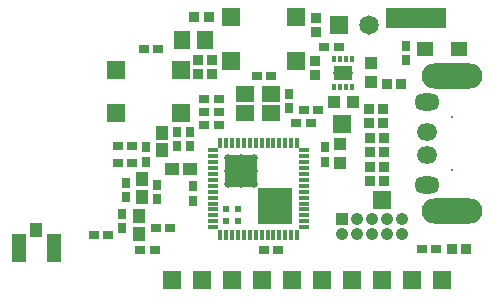
<source format=gbs>
G04 Layer_Color=16711935*
%FSLAX25Y25*%
%MOIN*%
G70*
G01*
G75*
%ADD80R,0.20079X0.06693*%
%ADD83R,0.06457X0.06457*%
%ADD84C,0.04095*%
%ADD85R,0.04095X0.04095*%
%ADD86C,0.06457*%
%ADD87O,0.20236X0.08425*%
%ADD88C,0.00945*%
%ADD89O,0.08425X0.05669*%
%ADD90O,0.06850X0.05669*%
%ADD91C,0.02520*%
%ADD92R,0.03701X0.02913*%
%ADD93R,0.03701X0.03307*%
%ADD94R,0.03307X0.03701*%
%ADD95R,0.05669X0.06457*%
%ADD96R,0.02913X0.03701*%
%ADD97R,0.06457X0.06457*%
%ADD98R,0.04488X0.04488*%
%ADD99R,0.04488X0.04488*%
%ADD100R,0.06063X0.05276*%
%ADD101R,0.11457X0.11969*%
%ADD102O,0.03386X0.01535*%
%ADD103O,0.01535X0.03386*%
%ADD104R,0.10866X0.10866*%
%ADD105R,0.01929X0.01929*%
%ADD106R,0.04488X0.04882*%
%ADD107R,0.04882X0.04488*%
%ADD108R,0.01384X0.02369*%
%ADD109R,0.06306X0.05124*%
%ADD110R,0.05472X0.04685*%
%ADD111R,0.04685X0.09213*%
%ADD112R,0.04488X0.04685*%
D80*
X173619Y81537D02*
D03*
D83*
X142224Y-5965D02*
D03*
X132224D02*
D03*
X162224D02*
D03*
X152224D02*
D03*
X122224D02*
D03*
X112224D02*
D03*
X102224D02*
D03*
X92224D02*
D03*
X162402Y20669D02*
D03*
X182224Y-5965D02*
D03*
X172224D02*
D03*
X149114Y46161D02*
D03*
X148129Y79212D02*
D03*
D84*
X168898Y14370D02*
D03*
X163898D02*
D03*
X158898D02*
D03*
X153898D02*
D03*
X148898Y9370D02*
D03*
X153898D02*
D03*
X158898D02*
D03*
X163898D02*
D03*
X168898D02*
D03*
D85*
X148898Y14370D02*
D03*
D86*
X158129Y79212D02*
D03*
D87*
X185728Y62106D02*
D03*
Y17224D02*
D03*
D88*
Y48524D02*
D03*
Y30807D02*
D03*
D89*
X177461Y25886D02*
D03*
Y53445D02*
D03*
D90*
Y35728D02*
D03*
Y43602D02*
D03*
D91*
X119620Y34759D02*
D03*
X115289D02*
D03*
X110958D02*
D03*
X119620Y30428D02*
D03*
X115289D02*
D03*
X110958Y30428D02*
D03*
X119620Y26097D02*
D03*
X115289D02*
D03*
X110958D02*
D03*
X131037Y22948D02*
D03*
X126706D02*
D03*
X122376D02*
D03*
X131037Y18617D02*
D03*
X126706D02*
D03*
X122376D02*
D03*
X131037Y14286D02*
D03*
X126706D02*
D03*
X122376D02*
D03*
X151378Y63090D02*
D03*
X147441D02*
D03*
D92*
X86494Y4133D02*
D03*
X81770D02*
D03*
X83071Y71161D02*
D03*
X87795D02*
D03*
X180315Y4331D02*
D03*
X175591D02*
D03*
X127657Y4134D02*
D03*
X122933D02*
D03*
X107809Y45782D02*
D03*
X103084D02*
D03*
X86811Y11417D02*
D03*
X91535D02*
D03*
X74311Y32972D02*
D03*
X79035D02*
D03*
X79069Y38696D02*
D03*
X74344D02*
D03*
X66321Y8954D02*
D03*
X71045D02*
D03*
X107809Y54444D02*
D03*
X103084D02*
D03*
X107809Y50113D02*
D03*
X103084D02*
D03*
X120638Y61992D02*
D03*
X125362D02*
D03*
X136155Y50900D02*
D03*
X140880D02*
D03*
X133793Y46570D02*
D03*
X138517D02*
D03*
X143110Y71752D02*
D03*
X147835D02*
D03*
D93*
X99777Y81672D02*
D03*
X104501D02*
D03*
X190256Y4331D02*
D03*
X185531D02*
D03*
X162894Y41535D02*
D03*
X158169D02*
D03*
X162894Y36811D02*
D03*
X158169D02*
D03*
X164075Y59547D02*
D03*
X168799D02*
D03*
D94*
X140220Y76751D02*
D03*
Y81476D02*
D03*
X105682Y67601D02*
D03*
Y62877D02*
D03*
X162697Y46457D02*
D03*
Y51181D02*
D03*
X157972Y51181D02*
D03*
Y46457D02*
D03*
X100958Y67601D02*
D03*
Y62877D02*
D03*
X139961Y67027D02*
D03*
Y62303D02*
D03*
X162992Y27165D02*
D03*
Y31890D02*
D03*
X158268Y31890D02*
D03*
Y27165D02*
D03*
D95*
X103223Y73997D02*
D03*
X95742D02*
D03*
D96*
X170177Y67421D02*
D03*
Y72146D02*
D03*
X87303Y20965D02*
D03*
Y25689D02*
D03*
X83760Y38287D02*
D03*
Y33563D02*
D03*
X75787Y16043D02*
D03*
Y11319D02*
D03*
X77067Y26575D02*
D03*
Y21850D02*
D03*
X94029Y43420D02*
D03*
Y38696D02*
D03*
X98360Y43420D02*
D03*
Y38696D02*
D03*
X99147Y20585D02*
D03*
Y25310D02*
D03*
X131431Y51294D02*
D03*
Y56018D02*
D03*
X143242Y38302D02*
D03*
Y33577D02*
D03*
D97*
X133529Y67207D02*
D03*
Y81774D02*
D03*
X111875Y67207D02*
D03*
X111875Y81774D02*
D03*
X95153Y49692D02*
D03*
Y64259D02*
D03*
X73499Y49692D02*
D03*
X73499Y64259D02*
D03*
D98*
X158563Y60138D02*
D03*
Y66437D02*
D03*
X148360Y33184D02*
D03*
Y39483D02*
D03*
D99*
X152756Y53347D02*
D03*
X146457D02*
D03*
D100*
X116506Y49690D02*
D03*
X125167Y55990D02*
D03*
X125167Y49690D02*
D03*
X116506Y55990D02*
D03*
D101*
X126706Y18617D02*
D03*
D102*
X136470Y37318D02*
D03*
Y35349D02*
D03*
Y33381D02*
D03*
Y31412D02*
D03*
Y29444D02*
D03*
Y27475D02*
D03*
Y25507D02*
D03*
Y23538D02*
D03*
Y21570D02*
D03*
Y19601D02*
D03*
Y17633D02*
D03*
Y15664D02*
D03*
Y13696D02*
D03*
Y11727D02*
D03*
X105919D02*
D03*
Y13696D02*
D03*
Y15664D02*
D03*
Y17633D02*
D03*
Y19601D02*
D03*
Y21570D02*
D03*
Y23538D02*
D03*
Y25507D02*
D03*
Y27475D02*
D03*
Y29444D02*
D03*
Y31412D02*
D03*
Y33381D02*
D03*
Y35349D02*
D03*
Y37318D02*
D03*
D103*
X133990Y9247D02*
D03*
X132021D02*
D03*
X130053D02*
D03*
X128084D02*
D03*
X126116D02*
D03*
X124147D02*
D03*
X122179D02*
D03*
X120210D02*
D03*
X118242D02*
D03*
X116273D02*
D03*
X114305D02*
D03*
X112336D02*
D03*
X110368D02*
D03*
X108399D02*
D03*
Y39798D02*
D03*
X110368D02*
D03*
X112336D02*
D03*
X114305D02*
D03*
X116273D02*
D03*
X118242D02*
D03*
X120210D02*
D03*
X122179D02*
D03*
X124147D02*
D03*
X126116D02*
D03*
X128084D02*
D03*
X130053D02*
D03*
X132021D02*
D03*
X133990D02*
D03*
D104*
X115289Y30428D02*
D03*
D105*
X114305Y17633D02*
D03*
X110368D02*
D03*
X114305Y13696D02*
D03*
X110368D02*
D03*
D106*
X81168Y15340D02*
D03*
Y9434D02*
D03*
X82185Y27657D02*
D03*
Y21752D02*
D03*
X88911Y43223D02*
D03*
Y37318D02*
D03*
D107*
X98163Y31215D02*
D03*
X92258D02*
D03*
D108*
X152362Y58563D02*
D03*
X150394D02*
D03*
X148425D02*
D03*
X146457D02*
D03*
Y67618D02*
D03*
X148425Y67618D02*
D03*
X150394D02*
D03*
X152362D02*
D03*
D109*
X149409Y63090D02*
D03*
D110*
X187894Y71260D02*
D03*
X176673D02*
D03*
D111*
X41240Y4823D02*
D03*
X52854D02*
D03*
D112*
X47047Y10827D02*
D03*
M02*

</source>
